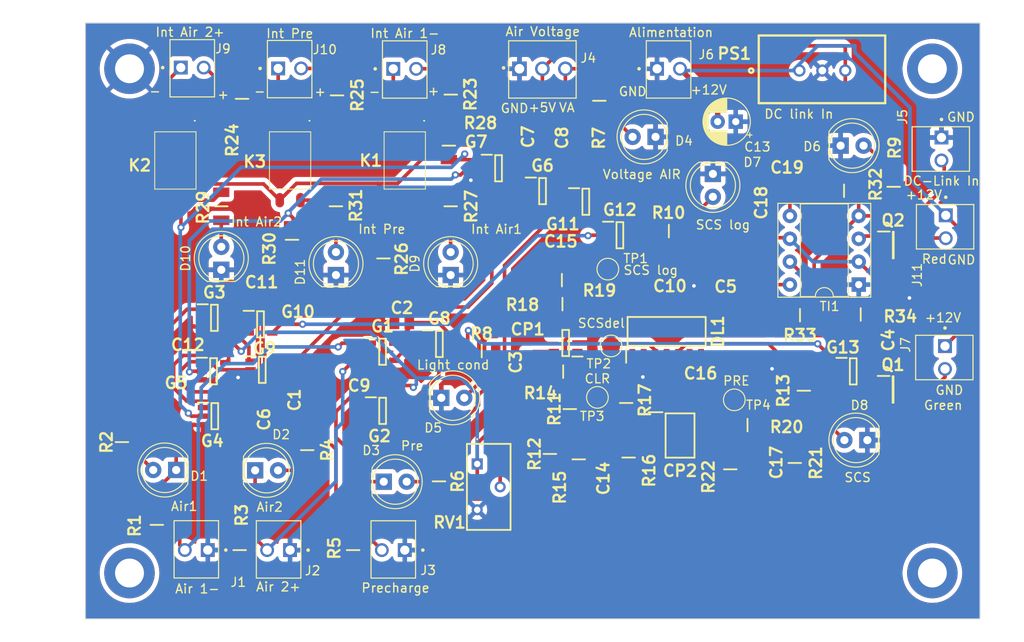
<source format=kicad_pcb>
(kicad_pcb (version 20221018) (generator pcbnew)
  (title_block (title "TSAL") (date "2022-12-04") (rev "V1.0") (company "EPSA"))
  (layers (0 "F.Cu" signal) (31 "B.Cu" signal) (34 "B.Paste" user) (35 "F.Paste" user) (36 "B.SilkS" user "B.Silkscreen") (37 "F.SilkS" user "F.Silkscreen") (38 "B.Mask" user) (39 "F.Mask" user) (44 "Edge.Cuts" user))
  (net 0 "")
  (net 1 "0")
  (net 2 "Net-(CP2-IN1+)")
  (net 3 "+5V")
  (net 4 "Net-(CP1-IN+)")
  (net 5 "Net-(CP2-IN2+)")
  (net 6 "Net-(TI1-THRESHOLD)")
  (net 7 "Net-(TI1-CONTROL_VOLTAGE)")
  (net 8 "CLR")
  (net 9 "mid Pot")
  (net 10 "PRE")
  (net 11 "SCS del")
  (net 12 "Net-(CP1-IN-)")
  (net 13 "SCS")
  (net 14 "Net-(D1-A)")
  (net 15 "Net-(D2-A)")
  (net 16 "Net-(D3-A)")
  (net 17 "AIR 1")
  (net 18 "AIR 2")
  (net 19 "PreCharge")
  (net 20 "VoltageAIR")
  (net 21 "Int AIR 1")
  (net 22 "Net-(D4-A)")
  (net 23 "Int AIR 2")
  (net 24 "Net-(D5-A)")
  (net 25 "Int PreCharge")
  (net 26 "Net-(D6-A)")
  (net 27 "Lightning cond")
  (net 28 "Net-(D7-A)")
  (net 29 "SCS log")
  (net 30 "Clign")
  (net 31 "Net-(D8-A)")
  (net 32 "Net-(J7-Pad2)")
  (net 33 "Net-(J8-Pad2)")
  (net 34 "DC-Link In")
  (net 35 "+12V")
  (net 36 "Net-(D9-A)")
  (net 37 "Net-(D10-A)")
  (net 38 "Net-(D11-A)")
  (net 42 "Net-(G1-Y)")
  (net 43 "Net-(G2-Y)")
  (net 44 "Net-(G3-Y)")
  (net 45 "Net-(G4-Y)")
  (net 46 "Net-(G10-B)")
  (net 47 "Net-(G6-A)")
  (net 48 "Net-(G11-A)")
  (net 49 "Net-(G10-A)")
  (net 50 "Net-(G10-Y)")
  (net 51 "Net-(G11-Y)")
  (net 52 "Net-(G13-Y)")
  (net 53 "Net-(J9-Pad2)")
  (net 54 "Net-(K1--_CONTROL)")
  (net 55 "Net-(K2--_CONTROL)")
  (net 56 "Net-(K3--_CONTROL)")
  (net 57 "Net-(K1-+_CONTROL)")
  (net 58 "Net-(K2-+_CONTROL)")
  (net 59 "Net-(K3-+_CONTROL)")
  (net 60 "Net-(J11-Pad2)")
  (net 61 "Net-(TI1-DISCHARGE)")
  (net 62 "Net-(J10-Pad2)")
  (footprint "EPSA_lib:RESC3216X70N" (layer "F.Cu") (at 129.54 74.165346 90)
    (fp_text reference "R21")
    (fp_text value "Résistance RK73H2BLTDD2152F" hide)
  )
  (footprint "LED_THT:LED_D5.0mm" (layer "F.Cu") (at 90.406399 66.943603)
    (fp_text reference "D5")
    (fp_text value "LED")
  )
  (footprint "TestPoint:TestPoint_Pad_D2.0mm" (layer "F.Cu") (at 109.199826 61.195494)
    (fp_text reference "TP2")
    (fp_text value "type=\"R\" model=\"TestPoint\" lib=\"\"")
  )
  (footprint "EPSA_lib:RESC3216X70N" (layer "F.Cu") (at 102.429958 73.163812 90)
    (fp_text reference "R12")
    (fp_text value "Résistance RK73H2BLTDD2152F" hide)
  )
  (footprint "TestPoint:TestPoint_Pad_D2.0mm" (layer "F.Cu") (at 122.846804 67.166801)
    (fp_text reference "TP4")
    (fp_text value "etype=\"R\" model=\"TestPoint\" lib=\"\"")
  )
  (footprint "EPSA_lib:CAPC2012X130N" (layer "F.Cu") (at 66.04 60.96)
    (fp_text reference "C12")
    (fp_text value "Condensateur 0805Y1000104JXT" hide)
  )
  (footprint "EPSA_lib:CAPC2012X130N" (layer "F.Cu") (at 74.052647 64.176814 90)
    (fp_text reference "C1")
    (fp_text value "Condensateur 0805Y1000104JXT" hide)
  )
  (footprint "EPSA_lib:RESC3216X70N" (layer "F.Cu") (at 55.043256 71.850787 90)
    (fp_text reference "R2")
    (fp_text value "Résistance RK73H2BLTDD2152F" hide)
  )
  (footprint "EPSA_lib:CAPC2012X130N" (layer "F.Cu") (at 108.293122 72.908477 90)
    (fp_text reference "C14")
    (fp_text value "Condensateur 0805Y1000104JXT" hide)
  )
  (footprint "EPSA_lib:MOLEX_22-11-2022" (layer "F.Cu") (at 146.263833 46.71909 -90)
    (fp_text reference "J11")
    (fp_text value "2P Droit 2-11-2022")
  )
  (footprint "" (layer "F.Cu") (at 144.78 86.36)
    (fp_text reference "")
    (fp_text value "")
  )
  (footprint "EPSA_lib:CAPC2012X130N" (layer "F.Cu") (at 86.040889 58.608377)
    (fp_text reference "C2")
    (fp_text value "Condensateur 0805Y1000104JXT" hide)
  )
  (footprint "" (layer "F.Cu") (at 55.88 86.36)
    (fp_text reference "")
    (fp_text value "")
  )
  (footprint "EPSA_lib:SOT95P280X145-5N" (layer "F.Cu") (at 106.404703 45.215032)
    (fp_text reference "G11")
    (fp_text value "Gate NOR SN74AHCT1G02DBVR" hide)
  )
  (footprint "EPSA_lib:MOLEX_22-11-2022" (layer "F.Cu") (at 61.558894 30.351579)
    (fp_text reference "J9")
    (fp_text value "2P Droit 2-11-2022")
  )
  (footprint "LED_THT:LED_D5.0mm" (layer "F.Cu") (at 84.030846 76.238995)
    (fp_text reference "D3")
    (fp_text value "LED")
  )
  (footprint "EPSA_lib:RESC3216X70N" (layer "F.Cu") (at 130.12344 57.785826)
    (fp_text reference "R33")
    (fp_text value "Résistance RK73H2BLTDD2152F" hide)
  )
  (footprint "EPSA_lib:SOT95P280X145-5N" (layer "F.Cu") (at 83.906656 68.387441)
    (fp_text reference "G2")
    (fp_text value "Gate AND SN74AHCT1G08DBVR" hide)
  )
  (footprint "EPSA_lib:CAPC2012X130N" (layer "F.Cu") (at 70.423736 56.008037 180)
    (fp_text reference "C11")
    (fp_text value "Condensateur 0805Y1000104JXT" hide)
  )
  (footprint "EPSA_lib:RESC3216X70N" (layer "F.Cu") (at 140.492983 43.560504 -90)
    (fp_text reference "R9")
    (fp_text value "Résistance RK73H2BLTDD2152F" hide)
  )
  (footprint "EPSA_lib:SOT95P280X145-5N" (layer "F.Cu") (at 136.018753 64.013947)
    (fp_text reference "G13")
    (fp_text value "Gate AND SN74AHCT1G08DBVR" hide)
  )
  (footprint "EPSA_lib:RESC3216X70N" (layer "F.Cu") (at 107.901251 34.026853 90)
    (fp_text reference "R7")
    (fp_text value "Résistance RK73H2BLTDD2152F" hide)
  )
  (footprint "EPSA_lib:MOLEX_22-11-2022" (layer "F.Cu") (at 64.546653 83.81062 180)
    (fp_text reference "J1")
    (fp_text value "2P Droit 2-11-2022")
  )
  (footprint "LED_THT:LED_D5.0mm" (layer "F.Cu") (at 66.044862 52.75589 90)
    (fp_text reference "D10")
    (fp_text value "LED")
  )
  (footprint "EPSA_lib:RESC3216X70N" (layer "F.Cu") (at 75.557783 72.742395 90)
    (fp_text reference "R4")
    (fp_text value "Résistance RK73H2BLTDD2152F" hide)
  )
  (footprint "EPSA_lib:SOT95P280X145-5N" (layer "F.Cu") (at 83.900451 61.838242)
    (fp_text reference "G1")
    (fp_text value "Gate AND SN74AHCT1G08DBVR" hide)
  )
  (footprint "EPSA_lib:RESC3216X70N" (layer "F.Cu") (at 68.0717 83.82 -90)
    (fp_text reference "R3")
    (fp_text value "Résistance RK73H2BLTDD2152F" hide)
  )
  (footprint "EPSA_lib:CPC1394GR" (layer "F.Cu") (at 73.66 40.64 180)
    (fp_text reference "K3")
    (fp_text value "SSR CPC1394GR" hide)
  )
  (footprint "LED_THT:LED_D5.0mm" (layer "F.Cu") (at 134.62 39)
    (fp_text reference "D6")
    (fp_text value "LED")
  )
  (footprint "EPSA_lib:RESC3216X70N" (layer "F.Cu") (at 78.74 45.72 -90)
    (fp_text reference "R31")
    (fp_text value "Résistance RK73H2BLTDD2152F" hide)
  )
  (footprint "EPSA_lib:SOT95P280X145-5N" (layer "F.Cu") (at 70.386769 58.802609)
    (fp_text reference "G10")
    (fp_text value "Gate OR SN74AHCT1G32DBVR" hide)
  )
  (footprint "EPSA_lib:RESC3216X70N" (layer "F.Cu") (at 103.900997 64.042618)
    (fp_text reference "R14")
    (fp_text value "Résistance RK73H2BLTDD2152F" hide)
  )
  (footprint "EPSA_lib:CAPC2012X130N" (layer "F.Cu") (at 68.457723 69.225087 90)
    (fp_text reference "C6")
    (fp_text value "Condensateur 0805Y1000104JXT" hide)
  )
  (footprint "EPSA_lib:SOT95P280X145-5N" (layer "F.Cu") (at 101.615442 44.036774)
    (fp_text reference "G6")
    (fp_text value "Gate NAND SN74AHCT1G00DBVR" hide)
  )
  (footprint "EPSA_lib:RESC3216X70N" (layer "F.Cu") (at 84 51.5 -90)
    (fp_text reference "R26")
    (fp_text value "Résistance RK73H2BLTDD2152F" hide)
  )
  (footprint "EPSA_lib:RESC3216X70N" (layer "F.Cu") (at 91.450664 33.343333 -90)
    (fp_text reference "R23")
    (fp_text value "Résistance RK73H2BLTDD2152F" hide)
  )
  (footprint "EPSA_lib:RESC3216X70N" (layer "F.Cu") (at 91.44 45.72 -90)
    (fp_text reference "R27")
    (fp_text value "Résistance RK73H2BLTDD2152F" hide)
  )
  (footprint "EPSA_lib:MOLEX_22-11-2022" (layer "F.Cu") (at 85.084997 30.487668)
    (fp_text reference "J8")
    (fp_text value "2P Droit 2-11-2022")
  )
  (footprint "EPSA_lib:RESC3216X70N" (layer "F.Cu") (at 111.144182 73.562693 90)
    (fp_text reference "R16")
    (fp_text value "Résistance RK73H2BLTDD2152F" hide)
  )
  (footprint "EPSA_lib:SOT95P280X145-5N" (layer "F.Cu") (at 70.580707 63.839806)
    (fp_text reference "G9")
    (fp_text value "Gate OR SN74AHCT1G32DBVR" hide)
  )
  (footprint "EPSA_lib:CAPC2012X130N" (layer "F.Cu") (at 100.268412 63.012896 90)
    (fp_text reference "C3")
    (fp_text value "Condensateur 0805Y1000104JXT" hide)
  )
  (footprint "EPSA_lib:MOLEX_22-11-2022" (layer "F.Cu") (at 145.78807 38.100266 -90)
    (fp_text reference "J5")
    (fp_text value "2P Droit 2-11-2022")
  )
  (footprint "EPSA_lib:TSR-2" (layer "F.Cu") (at 125.55768 26.7915)
    (fp_text reference "PS1")
    (fp_text value "Alim HP TSR_2-2450" hide)
  )
  (footprint "EPSA_lib:RESC3216X70N" (layer "F.Cu") (at 136.84635 57.706687 180)
    (fp_text reference "R34")
    (fp_text value "Résistance RK73H2BLTDD2152F" hide)
  )
  (footprint "EPSA_lib:RESC3216X70N" (layer "F.Cu") (at 58.905009 81.023292 -90)
    (fp_text reference "R1")
    (fp_text value "Résistance RK73H2BLTDD2152F" hide)
  )
  (footprint "EPSA_lib:SOT95P237X112-3N" (layer "F.Cu") (at 140.4489 50.014885)
    (fp_text reference "Q2")
    (fp_text value "NMOS SQ2348ES-T1_GE3" hide)
  )
  (footprint "EPSA_lib:MOLEX_22-11-2022" (layer "F.Cu") (at 86.36 83.82 180)
    (fp_text reference "J3")
    (fp_text value "2P Droit 2-11-2022")
  )
  (footprint "EPSA_lib:RESC3216X70N" (layer "F.Cu") (at 104.635077 68.191025 90)
    (fp_text reference "R11")
    (fp_text value "Résistance RK73H2BLTDD2152F" hide)
  )
  (footprint "EPSA_lib:SOT95P280X145-5N" (layer "F.Cu") (at 96.741739 41.504425)
    (fp_text reference "G7")
    (fp_text value "Gate OR SN74AHCT1G32DBVR" hide)
  )
  (footprint "EPSA_lib:CAPC2012X130N" (layer "F.Cu") (at 125.859152 48.374284 -90)
    (fp_text reference "C18")
    (fp_text value "Condensateur 0805Y1000104JXT" hide)
  )
  (footprint "EPSA_lib:SOIC127P600X175-14N" (layer "F.Cu") (at 115.354878 59.584497 90)
    (fp_text reference "DL1")
    (fp_text value "Bascule D SN74HCS72QDRQ1" hide)
  )
  (footprint "EPSA_lib:RESC3216X70N" (layer "F.Cu") (at 94.88123 61.757242)
    (fp_text reference "R8")
    (fp_text value "Résistance RK73H2BLTDD2152F" hide)
  )
  (footprint "EPSA_lib:SOT95P280X145-5N" (layer "F.Cu") (at 110.176237 48.925639)
    (fp_text reference "G12")
    (fp_text value "Gate OR SN74AHCT1G32DBVR" hide)
  )
  (footprint "EPSA_lib:MOLEX_22-11-2022" (layer "F.Cu") (at 114.3 30.48)
    (fp_text reference "J6")
    (fp_text value "2P Droit 2-11-2022")
  )
  (footprint "EPSA_lib:MOLEX_22-11-2022" (layer "F.Cu") (at 146.17822 61.207727 -90)
    (fp_text reference "J7")
    (fp_text value "2P Droit 2-11-2022")
  )
  (footprint "EPSA_lib:RESC3216X70N" (layer "F.Cu") (at 135 44 180)
    (fp_text reference "R32")
    (fp_text value "Résistance RK73H2BLTDD2152F" hide)
  )
  (footprint "EPSA_lib:RESC3216X70N" (layer "F.Cu") (at 68.342051 33.809679 -90)
    (fp_text reference "R24")
    (fp_text value "Résistance RK73H2BLTDD2152F" hide)
  )
  (footprint "EPSA_lib:CAPC2012X130N" (layer "F.Cu") (at 98.020118 38.095803 -90)
    (fp_text reference "C7")
    (fp_text value "Condensateur 0805Y1000104JXT" hide)
  )
  (footprint "EPSA_lib:CPC1394GR" (layer "F.Cu") (at 60.96 40.64 180)
    (fp_text reference "K2")
    (fp_text value "SSR CPC1394GR" hide)
  )
  (footprint "EPSA_lib:RESC3216X70N" (layer "F.Cu") (at 110.876888 67.516 -90)
    (fp_text reference "R17")
    (fp_text value "Résistance RK73H2BLTDD2152F" hide)
  )
  (footprint "TestPoint:TestPoint_Pad_D2.0mm" (layer "F.Cu") (at 107.691422 66.893908)
    (fp_text reference "TP3")
    (fp_text value "type=\"R\" model=\"TestPoint\" lib=\"\"")
  )
  (footprint "EPSA_lib:RESC3216X70N" (layer "F.Cu") (at 78.856444 33.432 -90)
    (fp_text reference "R25")
    (fp_text value "Résistance RK73H2BLTDD2152F" hide)
  )
  (footprint "EPSA_lib:SOT95P280X145-5N" (layer "F.Cu") (at 65.186071 63.999141)
    (fp_text reference "G5")
    (fp_text value "Gate AND SN74AHCT1G08DBVR" hide)
  )
  (footprint "EPSA_lib:RESC3216X70N" (layer "F.Cu") (at 122.401448 74.868622 -90)
    (fp_text reference "R22")
    (fp_text value "Résistance RK73H2BLTDD2152F" hide)
  )
  (footprint "EPSA_lib:CAPC2012X130N" (layer "F.Cu") (at 84.633616 65.579762)
    (fp_text reference "C9")
    (fp_text value "Condensateur 0805Y1000104JXT" hide)
  )
  (footprint "LED_THT:LED_D5.0mm" (layer "F.Cu") (at 137.581681 71.632042 180)
    (fp_text reference "D8")
    (fp_text value "LED")
  )
  (footprint "EPSA_lib:CPC1394GR" (layer "F.Cu") (at 86.36 40.64 180)
    (fp_text reference "K1")
    (fp_text value "SSR CPC1394GR" hide)
  )
  (footprint "EPSA_lib:CAPC2012X130N" (layer "F.Cu") (at 137.902963 60.535034 -90)
    (fp_text reference "C4")
    (fp_text value "Condensateur 0805Y1000104JXT" hide)
  )
  (footprint "EPSA_lib:RESC3216X70N" (layer "F.Cu") (at 66.04 45.72 -90)
    (fp_text reference "R29")
    (fp_text value "Résistance RK73H2BLTDD2152F" hide)
  )
  (footprint "EPSA_lib:CAPC2012X130N" (layer "F.Cu") (at 105.63946 41.151278 -90)
    (fp_text reference "C8")
    (fp_text value "Condensateur 0805Y1000104JXT" hide)
  )
  (footprint "EPSA_lib:SOIC127P600X175-8N" (layer "F.Cu") (at 116.84 71.12)
    (fp_text reference "CP2")
    (fp_text value "Comparateur Double LM393LVDR" hide)
  )
  (footprint "Package_DIP:DIP-8_W7.62mm_Socket" (layer "F.Cu") (at 136.62579 54.400453 180)
    (fp_text reference "TI1")
    (fp_text value "Timer 555 LM555CMX_NOPB")
  )
  (footprint "EPSA_lib:RESC3216X70N" (layer "F.Cu") (at 80.637656 83.82 -90)
    (fp_text reference "R5")
    (fp_text value "Résistance RK73H2BLTDD2152F" hide)
  )
  (footprint "EPSA_lib:SOT95P280X145-5N" (layer "F.Cu") (at 104.174143 60.867294 180)
    (fp_text reference "CP1")
    (fp_text value "Comparateur TS391ILT" hide)
  )
  (footprint "MountingHole:MountingHole_3.2mm_M3_DIN965_Pad" (layer "F.Cu") (at 55.88 30.48 180)
    (fp_text reference "REF**" hide)
    (fp_text value "MountingHole_3.2mm_M3_DIN965_Pad")
  )
  (footprint "EPSA_lib:SOT95P237X112-3N" (layer "F.Cu") (at 140.428991 66.021107)
    (fp_text reference "Q1")
    (fp_text value "NMOS SQ2348ES-T1_GE3" hide)
  )
  (footprint "EPSA_lib:SOT95P280X145-5N" (layer "F.Cu") (at 90.190484 60.973844)
    (fp_text reference "G8")
    (fp_text value "Gate AND SN74AHCT1G08DBVR" hide)
  )
  (footprint "EPSA_lib:RESC3216X70N" (layer "F.Cu") (at 91.240588 38.998564 90)
    (fp_text reference "R28")
    (fp_text value "Résistance RK73H2BLTDD2152F" hide)
  )
  (footprint "EPSA_lib:RESC3216X70N" (layer "F.Cu") (at 105.627868 73.765502 -90)
    (fp_text reference "R15")
    (fp_text value "Résistance RK73H2BLTDD2152F" hide)
  )
  (footprint "TestPoint:TestPoint_Pad_D2.0mm" (layer "F.Cu") (at 108.84538 52.681731)
    (fp_text reference "TP1")
    (fp_text value "type=\"R\" model=\"TestPoint\" lib=\"\"")
  )
  (footprint "Capacitor_THT:CP_Radial_D5.0mm_P2.00mm" (layer "F.Cu") (at 123.006657 36.344142 180)
    (fp_text reference "C13")
    (fp_text value "C")
  )
  (footprint "" (layer "F.Cu") (at 144.78 30.48)
    (fp_text reference "")
    (fp_text value "")
  )
  (footprint "EPSA_lib:RESC3216X70N" (layer "F.Cu") (at 90.153147 76.199999 -90)
    (fp_text reference "R6")
    (fp_text value "Résistance RK73H2BLTDD2152F" hide)
  )
  (footprint "EPSA_lib:RESC3216X70N" (layer "F.Cu") (at 103.818656 56.560801 180)
    (fp_text reference "R18")
    (fp_text value "Résistance RK73H2BLTDD2152F" hide)
  )
  (footprint "LED_THT:LED_D5.0mm" (layer "F.Cu") (at 61.04857 74.944433 180)
    (fp_text reference "D1")
    (fp_text value "LED")
  )
  (footprint "EPSA_lib:CAPC2012X130N" (layer "F.Cu") (at 125.423392 74.165346 90)
    (fp_text reference "C17")
    (fp_text value "Condensateur 0805Y1000104JXT" hide)
  )
  (footprint "LED_THT:LED_D5.0mm" (layer "F.Cu") (at 91.44 53.34 90)
    (fp_text reference "D9")
    (fp_text value "LED")
  )
  (footprint "EPSA_lib:CAPC2012X130N" (layer "F.Cu") (at 103.627957 51.342162)
    (fp_text reference "C15")
    (fp_text value "Condensateur 0805Y1000104JXT" hide)
  )
  (footprint "LED_THT:LED_D5.0mm" (layer "F.Cu") (at 114.129188 38.029457 180)
    (fp_text reference "D4")
    (fp_text value "LED")
  )
  (footprint "EPSA_lib:MOLEX_22-11-2022" (layer "F.Cu") (at 73.66 83.82 180)
    (fp_text reference "J2")
    (fp_text value "2P Droit 2-11-2022")
  )
  (footprint "EPSA_lib:RESC3216X70N" (layer "F.Cu") (at 130.548603 66.154151 -90)
    (fp_text reference "R13")
    (fp_text value "Résistance RK73H2BLTDD2152F" hide)
  )
  (footprint "EPSA_lib:CAPC2012X130N" (layer "F.Cu") (at 118.750518 65.973811 180)
    (fp_text reference "C16")
    (fp_text value "Condensateur 0805Y1000104JXT" hide)
  )
  (footprint "LED_THT:LED_D5.0mm" (layer "F.Cu") (at 120.47811 42.131084 -90)
    (fp_text reference "D7")
    (fp_text value "LED")
  )
  (footprint "EPSA_lib:SOT95P280X145-5N" (layer "F.Cu") (at 65.279483 58.07866)
    (fp_text reference "G3")
    (fp_text value "Gate AND SN74AHCT1G08DBVR" hide)
  )
  (footprint "EPSA_lib:CAPC2012X130N" (layer "F.Cu") (at 129.603929 43.192103 180)
    (fp_text reference "C19")
    (fp_text value "Condensateur 0805Y1000104JXT" hide)
  )
  (footprint "EPSA_lib:RESC3216X70N" (layer "F.Cu") (at 103.756325 53.901202)
    (fp_text reference "R19")
    (fp_text value "Résistance RK73H2BLTDD2152F" hide)
  )
  (footprint "EPSA_lib:SOT95P280X145-5N" (layer "F.Cu") (at 65.321166 68.976712)
    (fp_text reference "G4")
    (fp_text value "Gate AND SN74AHCT1G08DBVR" hide)
  )
  (footprint "LED_THT:LED_D5.0mm" (layer "F.Cu") (at 78.74 53.34 90)
    (fp_text reference "D11")
    (fp_text value "LED")
  )
  (footprint "EPSA_lib:RESC3216X70N" (layer "F.Cu") (at 73.872903 49.431607 -90)
    (fp_text reference "R30")
    (fp_text value "Résistance RK73H2BLTDD2152F" hide)
  )
  (footprint "EPSA_lib:RESC3216X70N" (layer "F.Cu") (at 115.600534 48.466577)
    (fp_text reference "R10")
    (fp_text value "Résistance RK73H2BLTDD2152F" hide)
  )
  (footprint "EPSA_lib:RESC3216X70N" (layer "F.Cu") (at 124.310596 69.965901)
    (fp_text reference "R20")
    (fp_text value "Résistance RK73H2BLTDD2152F" hide)
  )
  (footprint "EPSA_lib:MOLEX_22-11-2032" (layer "F.Cu") (at 99.06 30.48)
    (fp_text reference "J4")
    (fp_text value "3P Droit 22-11-2032")
  )
  (footprint "EPSA_lib:CAPC2012X130N" (layer "F.Cu") (at 112.217822 54.582555 180)
    (fp_text reference "C10")
    (fp_text value "Condensateur 0805Y1000104JXT" hide)
  )
  (footprint "EPSA_lib:MOLEX_22-11-2022" (layer "F.Cu") (at 72.343 30.443334)
    (fp_text reference "J10")
    (fp_text value "2P Droit 2-11-2022")
  )
  (footprint "LED_THT:LED_D5.0mm" (layer "F.Cu") (at 69.788861 74.980558)
    (fp_text reference "D2")
    (fp_text value "LED")
  )
  (footprint "EPSA_lib:3296Y1223LF" (layer "F.Cu") (at 94.382464 74.272704 180)
    (fp_text reference "RV1")
    (fp_text value "Varystor 3296Y-1-223LF" hide)
  )
  (footprint "EPSA_lib:CAPC2012X130N" (layer "F.Cu") (at 125.259591 54.500538)
    (fp_text reference "C5")
    (fp_text value "Condensateur 0805Y1000104JXT" hide)
  )
  (gr_rect (start 51 25.4) (end 150.06 91.44) (stroke (width 0.1)) (fill none) (layer "Edge.Cuts"))
  (gr_text "SCSdel" (at 108.130815 58.675946) (layer "F.SilkS") (effects (font (size 1 1))))
  (gr_text "Int Pre" (at 73.629152 26.581638) (layer "F.SilkS") (effects (font (size 1 1))))
  (gr_text "-" (at 83.021348 33.02) (layer "F.SilkS") (effects (font (size 1 1))))
  (gr_text "SCS log" (at 113.596105 52.804428) (layer "F.SilkS") (effects (font (size 1 1))))
  (gr_text "Light cond" (at 91.715454 63.295155) (layer "F.SilkS") (effects (font (size 1 1))))
  (gr_text "+" (at 66.249277 33.334049) (layer "F.SilkS") (effects (font (size 1 1))))
  (gr_text "Precharge" (at 85.33417 88.01377) (layer "F.SilkS") (effects (font (size 1 1))))
  (gr_text "-" (at 58.705644 32.962924) (layer "F.SilkS") (effects (font (size 1 1))))
  (gr_text "+12V" (at 120.017352 32.816611) (layer "F.SilkS") (effects (font (size 1 1))))
  (gr_text "Air2" (at 71.398258 79.049094) (layer "F.SilkS") (effects (font (size 1 1))))
  (gr_text "GND" (at 146.663496 66.096809) (layer "F.SilkS") (effects (font (size 1 1))))
  (gr_text "Air 2+" (at 72.365426 87.889071) (layer "F.SilkS") (effects (font (size 1 1))))
  (gr_text "Air 1-\n" (at 63.399984 88.112279) (layer "F.SilkS") (effects (font (size 1 1))))
  (gr_text "DC-Link In" (at 145.797982 42.913646) (layer "F.SilkS") (effects (font (size 1 1))))
  (gr_text "VA" (at 104.30522 34.784092) (layer "F.SilkS") (effects (font (size 1 1))))
  (gr_text "GND" (at 111.593211 33.010588) (layer "F.SilkS") (effects (font (size 1 1))))
  (gr_text "SCS log" (at 121.589208 47.774275) (layer "F.SilkS") (effects (font (size 1 1))))
  (gr_text "+12V" (at 143.838384 44.454689) (layer "F.SilkS") (effects (font (size 1 1))))
  (gr_text "Air1" (at 61.936627 78.971606) (layer "F.SilkS") (effects (font (size 1 1))))
  (gr_text "SCS" (at 136.505504 75.770912) (layer "F.SilkS") (effects (font (size 1 1))))
  (gr_text "Green" (at 145.978588 67.766272) (layer "F.SilkS") (effects (font (size 1 1))))
  (gr_text "CLR" (at 107.691422 64.827786) (layer "F.SilkS") (effects (font (size 1 1))))
  (gr_text "PRE" (at 123.076277 65.067948) (layer "F.SilkS") (effects (font (size 1 1))))
  (gr_text "Int Air1" (at 96.52 48.26) (layer "F.SilkS") (effects (font (size 1 1))))
  (gr_text "Air Voltage" (at 101.644965 26.35995) (layer "F.SilkS") (effects (font (size 1 1))))
  (gr_text "GND" (at 98.513623 34.867225) (layer "F.SilkS") (effects (font (size 1 1))))
  (gr_text "Pre" (at 87.186164 72.261449) (layer "F.SilkS") (effects (font (size 1 1))))
  (gr_text "+" (at 89.547286 32.936867) (layer "F.SilkS") (effects (font (size 1 1))))
  (gr_text "GND" (at 147.947832 35.836265) (layer "F.SilkS") (effects (font (size 1 1))))
  (gr_text "Int Pre\n" (at 83.82 48.26) (layer "F.SilkS") (effects (font (size 1 1))))
  (gr_text "Int Air 2+\n" (at 62.586656 26.427761) (layer "F.SilkS") (effects (font (size 1 1))))
  (gr_text "Red" (at 145 51.565973) (layer "F.SilkS") (effects (font (size 1 1))))
  (gr_text "Alimentation" (at 115.843972 26.453803) (layer "F.SilkS") (effects (font (size 1 1))))
  (gr_text "+5V" (at 101.589543 34.784092) (layer "F.SilkS") (effects (font (size 1 1))))
  (gr_text "+" (at 76.994207 33.02) (layer "F.SilkS") (effects (font (size 1 1))))
  (gr_text "DC link In" (at 130 35.5) (layer "F.SilkS") (effects (font (size 1 1))))
  (gr_text "Int Air 1-" (at 86.376209 26.553927) (layer "F.SilkS") (effects (font (size 1 1))))
  (gr_text "+12V" (at 145.959563 58.068166) (layer "F.SilkS") (effects (font (size 1 1))))
  (gr_text "Int Air2" (at 69.944463 47.444279) (layer "F.SilkS") (effects (font (size 1 1))))
  (gr_text "-" (at 70.302003 32.978433) (layer "F.SilkS") (effects (font (size 1 1))))
  (gr_text "GND" (at 148 51.655468) (layer "F.SilkS") (effects (font (size 1 1))))
  (gr_text "Voltage AIR" (at 112.611579 42.182931) (layer "F.SilkS") (effects (font (size 1 1))))
  (segment (start 65.604483 60.575517) (end 65.604483 56.645768) (width 0.4) (layer "F.Cu") (net 1))
  (segment (start 67.99802 64.789806) (end 67.900141 64.691927) (width 0.4) (layer "F.Cu") (net 1))
  (segment (start 112.814878 62.296497) (end 112.814878 64.543172) (width 0.6) (layer "F.Cu") (net 1))
  (segment (start 112.814878 64.543172) (end 112.72189 64.63616) (width 0.6) (layer "F.Cu") (net 1))
  (segment (start 64.861071 64.949141) (end 66.058642 66.146712) (width 0.4) (layer "F.Cu") (net 1))
  (segment (start 70.321589 54.65589) (end 71.243736 55.578037) (width 0.4) (layer "F.Cu") (net 1))
  (segment (start 63.886071 64.949141) (end 64.861071 64.949141) (width 0.4) (layer "F.Cu") (net 1))
  (segment (start 65.22 60.96) (end 65.604483 60.575517) (width 0.4) (layer "F.Cu") (net 1))
  (segment (start 139.237963 59.715034) (end 142.24 56.712997) (width 0.6) (layer "F.Cu") (net 1))
  (segment (start 142.24 56.712997) (end 142.24 55.88) (width 0.6) (layer "F.Cu") (net 1))
  (segment (start 85.220889 58.608377) (end 83.391623 58.608377) (width 0.6) (layer "F.Cu") (net 1))
  (segment (start 67.594361 54.65589) (end 70.321589 54.65589) (width 0.4) (layer "F.Cu") (net 1))
  (segment (start 67.833795 58.497991) (end 67.320287 57.984483) (width 0.4) (layer "F.Cu") (net 1))
  (segment (start 68.42696 59.752609) (end 67.833795 59.159444) (width 0.4) (layer "F.Cu") (net 1))
  (segment (start 66.058642 66.146712) (end 72.902749 66.146712) (width 0.4) (layer "F.Cu") (net 1))
  (segment (start 67.833795 59.159444) (end 67.833795 58.497991) (width 0.4) (layer "F.Cu") (net 1))
  (segment (start 107.25 60.266437) (end 107.25 59.25) (width 0.6) (layer "F.Cu") (net 1))
  (segment (start 137.902963 59.715034) (end 139.237963 59.715034) (width 0.6) (layer "F.Cu") (net 1))
  (segment (start 67.320287 57.984483) (end 65.604483 57.984483) (width 0.4) (layer "F.Cu") (net 1))
  (segment (start 65.604483 56.645768) (end 67.594361 54.65589) (width 0.4) (layer "F.Cu") (net 1))
  (segment (start 72.902749 66.146712) (end 74.052647 64.996814) (width 0.4) (layer "F.Cu") (net 1))
  (segment (start 106.649143 60.867294) (end 107.25 60.266437) (width 0.6) (layer "F.Cu") (net 1))
  (segment (start 105.474143 60.867294) (end 106.649143 60.867294) (width 0.6) (layer "F.Cu") (net 1))
  (segment (start 83.25 58.75) (end 83.391623 58.608377) (width 0.6) (layer "F.Cu") (net 1))
  (segment (start 69.086769 59.752609) (end 68.42696 59.752609) (width 0.4) (layer "F.Cu") (net 1))
  (segment (start 69.280707 64.789806) (end 67.99802 64.789806) (width 0.4) (layer "F.Cu") (net 1))
  (via (at 142.24 55.88) (size 0.8) (drill 0.4) (layers "F.Cu" "B.Cu") (net 1))
  (via (at 93.678614 42.831459) (size 0.8) (drill 0.4) (layers "F.Cu" "B.Cu") (net 1))
  (via (at 67.900141 64.691927) (size 0.8) (drill 0.4) (layers "F.Cu" "B.Cu") (net 1))
  (via (at 127.028804 63.728435) (size 0.8) (drill 0.4) (layers "F.Cu" "B.Cu") (net 1))
  (via (at 118.378663 54.538733) (size 0.8) (drill 0.4) (layers "F.Cu" "B.Cu") (net 1))
  (via (at 112.72189 64.63616) (size 0.8) (drill 0.4) (layers "F.Cu" "B.Cu") (net 1))
  (segment (start 114.129 71.755) (end 106.08837 71.755) (width 0.4) (layer "F.Cu") (net 2))
  (segment (start 106.08837 71.755) (end 105.627868 72.215502) (width 0.4) (layer "F.Cu") (net 2))
  (segment (start 77.211014 71.12) (end 78.74 72.648986) (width 0.4) (layer "F.Cu") (net 3))
  (segment (start 98.834395 76.985402) (end 97.656452 78.163345) (width 0.4) (layer "F.Cu") (net 3))
  (segment (start 124.46 43.89918) (end 124.46 50.8) (width 0.4) (layer "F.Cu") (net 3))
  (segment (start 70.269254 68.294911) (end 73.094343 71.12) (width 0.4) (layer "F.Cu") (net 3))
  (segment (start 93.363825 56.886175) (end 96 54.25) (width 0.4) (layer "F.Cu") (net 3))
  (segment (start 92.989999 77.749999) (end 93.548643 78.308643) (width 0.4) (layer "F.Cu") (net 3))
  (segment (start 105.63946 42.199789) (end 107.704703 44.265032) (width 0.4) (layer "F.Cu") (net 3))
  (segment (start 80.434264 57.574264) (end 81.122353 56.886175) (width 0.4) (layer "F.Cu") (net 3))
  (segment (start 128.393248 67.433248) (end 125.873346 64.913346) (width 0.4) (layer "F.Cu") (net 3))
  (segment (start 78.74 72.648986) (end 78.74 81.84) (width 0.4) (layer "F.Cu") (net 3))
  (segment (start 101.308423 46.011577) (end 101.308423 37.808423) (width 0.4) (layer "F.Cu") (net 3))
  (segment (start 94.382464 72.011151) (end 94.382464 74.272704) (width 0.4) (layer "F.Cu") (net 3))
  (segment (start 78.74 81.84) (end 75.21 85.37) (width 0.4) (layer "F.Cu") (net 3))
  (segment (start 60.151717 85.551717) (end 61.016942 86.416942) (width 0.4) (layer "F.Cu") (net 3))
  (segment (start 105.627868 75.315502) (end 105.627868 79.792132) (width 0.4) (layer "F.Cu") (net 3))
  (segment (start 90.153147 77.749999) (end 92.989999 77.749999) (width 0.4) (layer "F.Cu") (net 3))
  (segment (start 109.220299 45.719701) (end 113.528658 45.719701) (width 0.4) (layer "F.Cu") (net 3))
  (segment (start 74.252647 63.356814) (end 74.252647 62.907353) (width 0.4) (layer "F.Cu") (net 3))
  (segment (start 110.876888 69.066) (end 107.060052 69.066) (width 0.4) (layer "F.Cu") (net 3))
  (segment (start 135.13768 33.2215) (end 124.46 43.89918) (width 0.4) (layer "F.Cu") (net 3))
  (segment (start 83.357 43.18) (end 85.217 45.04) (width 0.4) (layer "F.Cu") (net 3))
  (segment (start 119.570518 65.973811) (end 119.63049 66.033783) (width 0.4) (layer "F.Cu") (net 3))
  (segment (start 73.094343 71.12) (end 77.211014 71.12) (width 0.4) (layer "F.Cu") (net 3))
  (segment (start 85.438693 65.594685) (end 85.438693 67.205404) (width 0.4) (layer "F.Cu") (net 3))
  (segment (start 101.6 35.073764) (end 101.308423 35.365341) (width 0.4) (layer "F.Cu") (net 3))
  (segment (start 59.817 45.04) (end 55.281105 49.575895) (width 0.4) (layer "F.Cu") (net 3))
  (segment (start 87.103334 65.579762) (end 85.453616 65.579762) (width 0.4) (layer "F.Cu") (net 3))
  (segment (start 86.860889 56.913892) (end 86.888606 56.886175) (width 0.4) (layer "F.Cu") (net 3))
  (segment (start 98.041739 40.554425) (end 98.041739 38.937424) (width 0.4) (layer "F.Cu") (net 3))
  (segment (start 126.096701 54.517648) (end 126.079591 54.500538) (width 0.4) (layer "F.Cu") (net 3))
  (segment (start 60.151717 83.82) (end 60.151717 85.551717) (width 0.4) (layer "F.Cu") (net 3))
  (segment (start 66.86 60.96) (end 67.419129 60.96) (width 0.4) (layer "F.Cu") (net 3))
  (segment (start 131.627754 66.779151) (end 131.848603 67) (width 0.4) (layer "F.Cu") (net 3))
  (segment (start 106.730988 76.418622) (end 122.401448 76.418622) (width 0.4) (layer "F.Cu") (net 3))
  (segment (start 86.860889 59.227804) (end 85.200451 60.888242) (width 0.4) (layer "F.Cu") (net 3))
  (segment (start 66.889365 68.294911) (end 70.269254 68.294911) (width 0.4) (layer "F.Cu") (net 3))
  (segment (start 86.860889 58.608377) (end 86.860889 56.913892) (width 0.4) (layer "F.Cu") (net 3))
  (segment (start 125.860596 69.965901) (end 129.047346 66.779151) (width 0.4) (layer "F.Cu") (net 3))
  (segment (start 55.281105 70.062938) (end 55.043256 70.300787) (width 0.4) (layer "F.Cu") (net 3))
  (segment (start 121.924936 64.913346) (end 121.106948 65.731334) (width 0.4) (layer "F.Cu") (net 3))
  (segment (start 137.902963 62.479737) (end 137.318753 63.063947) (width 0.4) (layer "F.Cu") (net 3))
  (segment (start 126.079591 52.419591) (end 126.079591 54.500538) (width 0.4) (layer "F.Cu") (net 3))
  (segment (start 114.975534 47.166577) (end 114.975534 48.935534) (width 0.4) (layer "F.Cu") (net 3))
  (segment (start 74.052647 63.356814) (end 72.111268 63.356814) (width 0.4) (layer "F.Cu") (net 3))
  (segment (start 135.097367 67) (end 136.075828 66.021539) (width 0.4) (layer "F.Cu") (net 3))
  (segment (start 136.423921 60.047537) (end 127.413227 60.047537) (width 0.4) (layer "F.Cu") (net 3))
  (segment (start 74.252647 62.907353) (end 79.293422 57.866578) (width 0.4) (layer "F.Cu") (net 3))
  (segment (start 90.075017 58.608377) (end 91.490484 60.023844) (width 0.4) (layer "F.Cu") (net 3))
  (segment (start 97.656452 78.163345) (end 93.693942 78.163345) (width 0.4) (layer "F.Cu") (net 3))
  (segment (start 75.21 85.37) (end 80.637656 85.37) (width 0.4) (layer "F.Cu") (net 3))
  (segment (start 101.6 30.48) (end 104.14 27.94) (width 0.4) (layer "F.Cu") (net 3))
  (segment (start 72.517 45.04) (end 74.377 43.18) (width 0.4) (layer "F.Cu") (net 3))
  (segment (start 136.075828 64.306872) (end 137.318753 63.063947) (width 0.4) (layer "F.Cu") (net 3))
  (segment (start 79.293422 57.866578) (end 80.14195 57.866578) (width 0.4) (layer "F.Cu") (net 3))
  (segment (start 101.6 30.48) (end 101.6 35.073764) (width 0.4) (layer "F.Cu") (net 3))
  (segment (start 86.888606 56.886175) (end 93.363825 56.886175) (width 0.4) (layer "F.Cu") (net 3))
  (segment (start 66.86 60.96) (end 66.86 62.707878) (width 0.4) (layer "F.Cu") (net 3))
  (segment (start 137.902963 61.355034) (end 137.902963 62.479737) (width 0.4) (layer "F.Cu") (net 3))
  (segment (start 114.3 50.8) (end 124.46 50.8) (width 0.4) (layer "F.Cu") (net 3))
  (segment (start 102.874143 61.817294) (end 102.874143 63.519472) (width 0.4) (layer "F.Cu") (net 3))
  (segment (start 137.902963 61.355034) (end 137.702963 61.355034) (width 0.4) (layer "F.Cu") (net 3))
  (segment (start 67.024758 86.416942) (end 68.0717 85.37) (width 0.4) (layer "F.Cu") (net 3))
  (segment (start 96 51.32) (end 101.308423 46.011577) (width 0.4) (layer "F.Cu") (net 3))
  (segment (start 114.975534 48.935534) (end 116.84 50.8) (width 0.4) (layer "F.Cu") (net 3))
  (segment (start 136.075828 66.021539) (end 136.075828 64.306872) (width 0.4) (layer "F.Cu") (net 3))
  (segment (start 101.6 83.82) (end 93.173135 83.82) (width 0.4) (layer "F.Cu") (net 3))
  (segment (start 107.76563 44.265032) (end 109.220299 45.719701) (width 0.4) (layer "F.Cu") (net 3))
  (segment (start 52.94047 72.403573) (end 52.94047 78.7396) (width 0.4) (layer "F.Cu") (net 3))
  (segment (start 52.94047 78.7396) (end 56.774162 82.573292) (width 0.4) (layer "F.Cu") (net 3))
  (segment (start 136.423921 60.075992) (end 136.423921 60.047537) (width 0.4) (layer "F.Cu") (net 3))
  (segment (start 98.020118 38.915803) (end 100.201043 38.915803) (width 0.4) (layer "F.Cu") (net 3))
  (segment (start 56.774162 82.573292) (end 58.905009 82.573292) (width 0.4) (layer "F.Cu") (net 3))
  (segment (start 102.874143 63.519472) (end 102.350997 64.042618) (width 0.4) (layer "F.Cu") (net 3))
  (segment (start 107.060052 69.066) (end 104.635077 66.641025) (width 0.4) (layer "F.Cu") (net 3))
  (segment (start 80.14195 57.866578) (end 80.434264 57.574264) (width 0.4) (layer "F.Cu") (net 3))
  (segment (start 113.528658 45.719701) (end 114.975534 47.166577) (width 0.4) (layer "F.Cu") (net 3))
  (segment (start 111.544878 56.872497) (end 111.544878 53.555122) (width 0.4) (layer "F.Cu") (net 3))
  (segment (start 55.043256 70.300787) (end 52.94047 72.403573) (width 0.4) (layer "F.Cu") (net 3))
  (segment (start 93.173135 83.82) (end 92.393224 83.040089) (width 0.4) (layer "F.Cu") (net 3))
  (segment (start 127.413227 60.047537) (end 126.096701 58.731011) (width 0.4) (layer "F.Cu") (net 3))
  (segment (start 66.86 62.707878) (end 66.621166 62.946712) (width 0.4) (layer "F.Cu") (net 3))
  (segment (start 74.377 43.18) (end 83.357 43.18) (width 0.4) (layer "F.Cu") (net 3))
  (segment (start 58.905009 82.573292) (end 60.151717 83.82) (width 0.4) (layer "F.Cu") (net 3))
  (segment (start 87.31131 65.787738) (end 87.103334 65.579762) (width 0.4) (layer "F.Cu") (net 3))
  (segment (start 100.644014 61.817294) (end 100.268412 62.192896) (width 0.4) (layer "F.Cu") (net 3))
  (segment (start 119.812995 65.731334) (end 119.570518 65.973811) (width 0.4) (layer "F.Cu") (net 3))
  (segment (start 86.888606 56.886175) (end 81.122353 56.886175) (width 0.4) (layer "F.Cu") (net 3))
  (segment (start 111.544878 53.555122) (end 114.3 50.8) (width 0.4) (layer "F.Cu") (net 3))
  (segment (start 68.0717 85.37) (end 75.21 85.37) (width 0.4) (layer "F.Cu") (net 3))
  (segment (start 119.63049 66.033783) (end 119.63049 69.13551) (width 0.4) (layer "F.Cu") (net 3))
  (segment (start 98.020118 38.915803) (end 89.844725 38.915803) (width 0.4) (layer "F.Cu") (net 3))
  (segment (start 80.155919 57.852609) (end 80.434264 57.574264) (width 0.25) (layer "F.Cu") (net 3))
  (segment (start 71.182411 57.866712) (end 71.701166 57.866712) (width 0.4) (layer "F.Cu") (net 3))
  (segment (start 94.382464 77.474823) (end 94.382464 74.272704) (width 0.4) (layer "F.Cu") (net 3))
  (segment (start 100.201043 38.915803) (end 101.308423 37.808423) (width 0.4) (layer "F.Cu") (net 3))
  (segment (start 135.13768 28.1415) (end 135.13768 33.2215) (width 0.4) (layer "F.Cu") (net 3))
  (segment (start 126.096701 58.731011) (end 126.096701 54.517648) (width 0.4) (layer "F.Cu") (net 3))
  (segment (start 104.635077 66.641025) (end 98.834395 72.441707) (width 0.4) (layer "F.Cu") (net 3))
  (segment (start 104.14 27.94) (end 134.93618 27.94) (width 0.4) (layer "F.Cu") (net 3))
  (segment (start 98.834395 72.441707) (end 98.834395 76.985402) (width 0.4) (layer "F.Cu") (net 3))
  (segment (start 69.603736 56.288037) (end 71.182411 57.866712) (width 0.4) (layer "F.Cu") (net 3))
  (segment (start 89.844725 38.915803) (end 85.580528 43.18) (width 0.4) (layer "F.Cu") (net 3))
  (segment (start 105.627868 79.792132) (end 101.6 83.82) (width 0.4) (layer "F.Cu") (net 3))
  (segment (start 93.548643 78.308643) (end 94.382464 77.474823) (width 0.4) (layer "F.Cu") (net 3))
  (segment (start 92.393224 83.040089) (end 92.393224 79.464062) (width 0.4) (layer "F.Cu") (net 3))
  (segment (start 131.848603 67) (end 135.097367 67) (width 0.4) (layer "F.Cu") (net 3))
  (segment (start 66.621166 68.026712) (end 66.889365 68.294911) (width 0.4) (layer "F.Cu") (net 3))
  (segment (start 129.047346 66.779151) (end 131.627754 66.779151) (width 0.4) (layer "F.Cu") (net 3))
  (segment (start 102.350997 64.042618) (end 94.382464 72.011151) (width 0.4) (layer "F.Cu") (net 3))
  (segment (start 86.860889 58.608377) (end 86.860889 59.227804) (width 0.4) (layer "F.Cu") (net 3))
  (segment (start 72.111268 63.356814) (end 71.701166 62.946712) (width 0.4) (layer "F.Cu") (net 3))
  (segment (start 126.079591 54.500538) (end 126.179676 54.400453) (width 0.4) (layer "F.Cu") (net 3))
  (segment (start 101.308423 35.365341) (end 101.308423 37.808423) (width 0.4) (layer "F.Cu") (net 3))
  (segment (start 124.46 50.8) (end 126.079591 52.419591) (width 0.4) (layer "F.Cu") (net 3))
  (segment (start 70.722 43.245) (end 72.517 45.04) (width 0.4) (layer "F.Cu") (net 3))
  (segment (start 105.627868 75.315502) (end 106.730988 76.418622) (width 0.4) (layer "F.Cu") (net 3))
  (segment (start 59.817 45.04) (end 61.612 43.245) (width 0.4) (layer "F.Cu") (net 3))
  (segment (start 61.016942 86.416942) (end 67.024758 86.416942) (width 0.4) (layer "F.Cu") (net 3))
  (segment (start 92.393224 79.464062) (end 93.548643 78.308643) (width 0.4) (layer "F.Cu") (net 3))
  (segment (start 80.637656 85.37) (end 91.640466 85.37) (width 0.4) (layer "F.Cu") (net 3))
  (segment (start 134.93618 27.94) (end 135.13768 28.1415) (width 0.4) (layer "F.Cu") (net 3))
  (segment (start 67.419129 60.96) (end 68.249948 61.790819) (width 0.4) (layer "F.Cu") (net 3))
  (segment (start 121.106948 65.731334) (end 119.812995 65.731334) (width 0.4) (layer "F.Cu") (net 3))
  (segment (start 69.603736 56.008037) (end 67.700106 56.008037) (width 0.4) (layer "F.Cu") (net 3))
  (segment (start 85.438693 67.205404) (end 85.206656 67.437441) (width 0.4) (layer "F.Cu") (net 3))
  (segment (start 102.915442 43.086774) (end 104.523964 43.086774) (width 0.4) (layer "F.Cu") (net 3))
  (segment (start 71.686769 57.852609) (end 80.155919 57.852609) (width 0.4) (layer "F.Cu") (net 3))
  (segment (start 137.702963 61.355034) (end 136.423921 60.075992) (width 0.4) (layer "F.Cu") (net 3))
  (segment (start 102.874143 61.817294) (end 100.644014 61.817294) (width 0.4) (layer "F.Cu") (net 3))
  (segment (start 67.700106 56.008037) (end 66.579483 57.12866) (width 0.4) (layer "F.Cu") (net 3))
  (segment (start 55.281105 49.575895) (end 55.281105 70.062938) (width 0.4) (layer "F.Cu") (net 3))
  (segment (start 96 54.25) (end 96 51.32) (width 0.4) (layer "F.Cu") (net 3))
  (segment (start 85.580528 43.18) (end 83.357 43.18) (width 0.4) (layer "F.Cu") (net 3))
  (segment (start 126.179676 54.400453) (end 129.00579 54.400453) (width 0.4) (layer "F.Cu") (net 3))
  (segment (start 61.612 43.245) (end 70.722 43.245) (width 0.4) (layer "F.Cu") (net 3))
  (segment (start 86.860889 58.608377) (end 90.075017 58.608377) (width 0.4) (layer "F.Cu") (net 3))
  (segment (start 104.523964 43.086774) (end 105.63946 41.971278) (width 0.4) (layer "F.Cu") (net 3))
  (segment (start 109.220299 45.719701) (end 111.476237 47.975639) (width 0.4) (layer "F.Cu") (net 3))
  (segment (start 91.640466 85.37) (end 93.207798 83.802668) (width 0.4) (layer "F.Cu") (net 3))
  (segment (start 125.873346 64.913346) (end 121.924936 64.913346) (width 0.4) (layer "F.Cu") (net 3))
  (via (at 68.249948 61.790819) (size 0.8) (drill 0.4) (layers "F.Cu" "B.Cu") (net 3))
  (via (at 87.31131 65.787738) (size 0.8) (drill 0.4) (layers "F.Cu" "B.Cu") (net 3))
  (segment (start 87.636934 65.462114) (end 87.636934 64.763066) (width 0.4) (layer "B.Cu") (net 3))
  (segment (start 94.382464 66.54119) (end 94.382464 74.272704) (width 0.4) (layer "B.Cu") (net 3))
  (segment (start 87.636934 64.763066) (end 92.60434 64.763066) (width 0.4) (layer "B.Cu") (net 3))
  (segment (start 92.60434 64.763066) (end 94.382464 66.54119) (width 0.4) (layer "B.Cu") (net 3))
  (segment (start 70.358061 59.682706) (end 82.556574 59.682706) (width 0.4) (layer "B.Cu") (net 3))
  (segment (start 82.556574 59.682706) (end 87.636934 64.763066) (width 0.4) (layer "B.Cu") (net 3))
  (segment (start 68.249948 61.790819) (end 70.358061 59.682706) (width 0.4) (layer "B.Cu") (net 3))
  (segment (start 87.31131 65.787738) (end 87.636934 65.462114) (width 0.4) (layer "B.Cu") (net 3))
  (segment (start 102.874143 57.731424) (end 101.990976 56.848257) (width 0.4) (layer "F.Cu") (net 4))
  (segment (start 102.874143 59.917294) (end 102.874143 57.731424) (width 0.4) (layer "F.Cu") (net 4))
  (segment (start 102.206325 53.901202) (end 102.206325 56.632908) (width 0.4) (layer "F.Cu") (net 4))
  (segment (start 102.206325 51.943794) (end 102.807957 51.342162) (width 0.4) (layer "F.Cu") (net 4))
  (segment (start 102.206325 53.901202) (end 102.206325 51.943794) (width 0.4) (layer "F.Cu") (net 4))
  (segment (start 129.54 72.615346) (end 126.153392 72.615346) (width 0.4) (layer "F.Cu") (net 5))
  (segment (start 125.423392 73.345346) (end 122.428172 73.345346) (width 0.4) (layer "F.Cu") (net 5))
  (segment (start 126.153392 72.615346) (end 125.423392 73.345346) (width 0.4) (layer "F.Cu") (net 5))
  (segment (start 119.551 73.025) (end 122.107826 73.025) (width 0.4) (layer "F.Cu") (net 5))
  (segment (start 128.887144 49.201807) (end 129.00579 49.320453) (width 0.4) (layer "F.Cu") (net 6))
  (segment (start 126.227728 49.201807) (end 128.887144 49.201807) (width 0.4) (layer "F.Cu") (net 6))
  (segment (start 138.39635 57.706687) (end 138.39635 53.631013) (width 0.4) (layer "F.Cu") (net 6))
  (segment (start 138.39635 53.631013) (end 136.62579 51.860453) (width 0.4) (layer "F.Cu") (net 6))
  (segment (start 136.62579 51.860453) (end 131.54579 51.860453) (width 0.4) (layer "B.Cu") (net 6))
  (segment (start 131.54579 51.860453) (end 129.00579 49.320453) (width 0.4) (layer "B.Cu") (net 6))
  (segment (start 129.00579 46.780453) (end 129.00579 43.413964) (width 0.4) (layer "F.Cu") (net 7))
  (segment (start 129.00579 43.413964) (end 128.783929 43.192103) (width 0.4) (layer "F.Cu") (net 7))
  (segment (start 111.544878 62.296497) (end 107.691422 66.149953) (width 0.4) (layer "F.Cu") (net 8))
  (segment (start 110.876888 65.966) (end 114.125888 69.215) (width 0.4) (layer "F.Cu") (net 8))
  (segment (start 107.923744 66.076628) (end 110.76626 66.076628) (width 0.4) (layer "F.Cu") (net 8))
  (segment (start 114.129 70.485) (end 116.205 70.485) (width 0.4) (layer "F.Cu") (net 9))
  (segment (start 114.129 70.485) (end 105.85521 70.485) (width 0.4) (layer "F.Cu") (net 9))
  (segment (start 117.475 71.755) (end 119.551 71.755) (width 0.4) (layer "F.Cu") (net 9))
  (segment (start 116.205 70.485) (end 117.475 71.755) (width 0.4) (layer "F.Cu") (net 9))
  (segment (start 102.429958 71.440086) (end 104.620127 69.249917) (width 0.4) (layer "F.Cu") (net 9))
  (segment (start 105.85521 70.485) (end 104.620127 69.249917) (width 0.4) (layer "F.Cu") (net 9))
  (segment (start 115.354878 67.452878) (end 118.387 70.485) (width 0.4) (layer "F.Cu") (net 10))
  (segment (start 115.354878 62.296497) (end 115.354878 67.452878) (width 0.4) (layer "F.Cu") (net 10))
  (segment (start 122.760596 69.965901) (end 120.070099 69.965901) (width 0.4) (layer "F.Cu") (net 10))
  (segment (start 122.84475 67.168855) (end 122.84475 69.881747) (width 0.4) (layer "F.Cu") (net 10))
  (segment (start 118.387 70.485) (end 119.551 70.485) (width 0.4) (layer "F.Cu") (net 10))
  (segment (start 120.070099 69.965901) (end 119.551 70.485) (width 0.4) (layer "F.Cu") (net 10))
  (segment (start 114.084878 61.678997) (end 114.084878 62.296497) (width 0.4) (layer "F.Cu") (net 11))
  (segment (start 105.80719 64.022719) (end 106.372601 64.022719) (width 0.4) (layer "F.Cu") (net 11))
  (segment (start 113.365881 60.96) (end 114.084878 61.678997) (width 0.4) (layer "F.Cu") (net 11))
  (segment (start 109.22 60.96) (end 113.365881 60.96) (width 0.4) (layer "F.Cu") (net 11))
  (segment (start 106.372601 64.022719) (end 109.199826 61.195494) (width 0.4) (layer "F.Cu") (net 11))
  (segment (start 105.641344 63.856873) (end 105.80719 64.022719) (width 0.4) (layer "F.Cu") (net 11))
  (segment (start 105.641344 61.840226) (end 105.641344 63.856873) (width 0.4) (layer "F.Cu") (net 11))
  (segment (start 96.922464 71.77258) (end 104.14 64.555044) (width 0.4) (layer "F.Cu") (net 12))
  (segment (start 104.14 60.526437) (end 104.749143 59.917294) (width 0.4) (layer "F.Cu") (net 12))
  (segment (start 96.922464 76.812704) (end 96.922464 71.77258) (width 0.4) (layer "F.Cu") (net 12))
  (segment (start 104.749143 59.917294) (end 105.474143 59.917294) (width 0.4) (layer "F.Cu") (net 12))
  (segment (start 104.14 64.555044) (end 104.14 60.526437) (width 0.4) (layer "F.Cu") (net 12))
  (segment (start 131.138807 64.013947) (end 134.718753 64.013947) (width 0.4) (layer "F.Cu") (net 13))
  (segment (start 116.624878 61.858997) (end 117.523875 60.96) (width 0.4) (layer "F.Cu") (net 13))
  (segment (start 130.548603 64.604151) (end 131.138807 64.013947) (width 0.4) (layer "F.Cu") (net 13))
  (segment (start 126.648167 60.96) (end 130.292318 64.604151) (width 0.4) (layer "F.Cu") (net 13))
  (segment (start 117.523875 60.96) (end 126.648167 60.96) (width 0.4) (layer "F.Cu") (net 13))
  (segment (start 130.292318 64.604151) (end 130.548603 64.604151) (width 0.4) (layer "F.Cu") (net 13))
  (segment (start 56.964924 73.400787) (end 58.50857 74.944433) (width 0.4) (layer "F.Cu") (net 14))
  (segment (start 55.043256 73.400787) (end 56.964924 73.400787) (width 0.4) (layer "F.Cu") (net 14))
  (segment (start 74.86962 74.980558) (end 75.557783 74.292395) (width 0.4) (layer "F.Cu") (net 15))
  (segment (start 72.328861 74.980558) (end 74.86962 74.980558) (width 0.4) (layer "F.Cu") (net 15))
  (segment (start 86.570846 76.238995) (end 88.564151 76.238995) (width 0.4) (layer "F.Cu") (net 16))
  (segment (start 88.564151 76.238995) (end 90.153147 74.649999) (width 0.4) (layer "F.Cu") (net 16))
  (segment (start 61.04857 74.944433) (end 61.04857 71.20857) (width 0.4) (layer "F.Cu") (net 17))
  (segment (start 61.444876 83.248843) (end 61.444876 80.852065) (width 0.4) (layer "F.Cu") (net 17))
  (segment (start 59.989444 70.149444) (end 59.989444 59.390556) (width 0.4) (layer "F.Cu") (net 17))
  (segment (start 62.25134 57.12866) (end 63.979483 57.12866) (width 0.4) (layer "F.Cu") (net 17))
  (segment (start 61.444876 80.852065) (end 60.066103 79.473292) (width 0.4) (layer "F.Cu") (net 17))
  (segment (start 79.406887 60.888242) (end 78.989429 61.3057) (width 0.4) (layer "F.Cu") (net 17))
  (segment (start 59.989444 59.390556) (end 62.25134 57.12866) (width 0.4) (layer "F.Cu") (net 17))
  (segment (start 82.600451 60.888242) (end 79.406887 60.888242) (width 0.4) (layer "F.Cu") (net 17))
  (segment (start 58.905009 77.087994) (end 61.04857 74.944433) (width 0.4) (layer "F.Cu") (net 17))
  (segment (start 58.905009 79.473292) (end 58.905009 77.087994) (width 0.4) (layer "F.Cu") (net 17))
  (segment (start 62.006653 83.81062) (end 61.444876 83.248843) (width 0.4) (layer "F.Cu") (net 17))
  (segment (start 61.04857 71.20857) (end 59.989444 70.149444) (width 0.4) (layer "F.Cu") (net 17))
  (segment (start 60.066103 79.473292) (end 58.905009 79.473292) (width 0.4) (layer "F.Cu") (net 17))
  (via (at 78.989429 61.3057) (size 0.8) (drill 0.4) (layers "F.Cu" "B.Cu") (net 17))
  (segment (start 71.384016 61.3057) (end 69.540279 63.149437) (width 0.4) (layer "B.Cu") (net 17))
  (segment (start 63.5 82.317273) (end 61.997273 83.82) (width 0.4) (layer "B.Cu") (net 17))
  (segment (start 66.493552 63.149437) (end 63.820639 65.82235) (width 0.4) (layer "B.Cu") (net 17))
  (segment (start 63.5 69.373359) (end 63.5 82.317273) (width 0.4) (layer "B.Cu") (net 17))
  (segment (start 63.820639 69.05272) (end 63.5 69.373359) (width 0.4) (layer "B.Cu") (net 17))
  (segment (start 78.989429 61.3057) (end 71.384016 61.3057) (width 0.4) (layer "B.Cu") (net 17))
  (segment (start 69.540279 63.149437) (end 66.493552 63.149437) (width 0.4) (layer "B.Cu") (net 17))
  (segment (start 63.820639 65.82235) (end 63.820639 69.05272) (width 0.4) (layer "B.Cu") (net 17))
  (segment (start 65.026115 72.646115) (end 65.026115 68.205189) (width 0.4) (layer "F.Cu") (net 18))
  (segment (start 69.788861 80.552839) (end 68.0717 82.27) (width 0.4) (layer "F.Cu") (net 18))
  (segment (start 69.788861 74.980558) (end 69.788861 80.552839) (width 0.4) (layer "F.Cu") (net 18))
  (segment (start 71.12 83.82) (end 69.828026 82.528026) (width 0.4) (layer "F.Cu") (net 18))
  (segment (start 66.04 73.66) (end 65.026115 72.646115) (width 0.4) (layer "F.Cu") (net 18))
  (segment (start 82.600451 61.838242) (end 81.683426 61.838242) (width 0.4) (layer "F.Cu") (net 18))
  (segment (start 64.847638 68.026712) (end 64.021166 68.026712) (width 0.4) (layer "F.Cu") (net 18))
  (segment (start 68.0717 82.528026) (end 66.04 80.496326) (width 0.4) (layer "F.Cu") (net 18))
  (segment (start 69.828026 82.528026) (end 68.0717 82.528026) (width 0.4) (layer "F.Cu") (net 18))
  (segment (start 81.683426 61.838242) (end 79.488774 64.032894) (width 0.4) (layer "F.Cu") (net 18))
  (segment (start 65.026115 68.205189) (end 64.847638 68.026712) (width 0.4) (layer "F.Cu") (net 18))
  (segment (start 66.04 80.496326) (end 66.04 73.66) (width 0.4) (layer "F.Cu") (net 18))
  (via (at 79.488774 64.032894) (size 0.8) (drill 0.4) (layers "F.Cu" "B.Cu") (net 18))
  (segment (start 79.488774 69.669704) (end 78.74 70.418478) (width 0.4) (layer "B.Cu") (net 18))
  (segment (start 78.74 70.418478) (end 78.74 76.2) (width 0.4) (layer "B.Cu") (net 18))
  (segment (start 79.488774 64.032894) (end 79.488774 69.669704) (width 0.4) (layer "B.Cu") (net 18))
  (segment (start 78.74 76.2) (end 71.12 83.82) (width 0.4) (layer "B.Cu") (net 18))
  (segment (start 82.606656 67.437441) (end 81.797679 66.628464) (width 0.4) (layer "F.Cu") (net 19))
  (segment (start 78.63027 68.58) (end 73.66 68.58) (width 0.4) (layer "F.Cu") (net 19))
  (segment (start 80.581806 66.628464) (end 78.63027 68.58) (width 0.4) (layer "F.Cu") (net 19))
  (segment (start 78.74 68.58) (end 78.74 71.320267) (width 0.4) (layer "F.Cu") (net 19))
  (segment (start 81.797679 66.628464) (end 80.581806 66.628464) (width 0.4) (layer "F.Cu") (net 19))
  (segment (start 70.297197 66.961868) (end 65.704389 66.961868) (width 0.4) (layer "F.Cu") (net 19))
  (segment (start 84.030846 76.238995) (end 81.318995 76.238995) (width 0.4) (layer "F.Cu") (net 19))
  (segment (start 73.66 68.58) (end 71.915329 68.58) (width 0.4) (layer "F.Cu") (net 19))
  (segment (start 71.915329 68.58) (end 70.297197 66.961868) (width 0.4) (layer "F.Cu") (net 19))
  (segment (start 61.50911 65.21031) (end 61.50911 63.951274) (width 0.4) (layer "F.Cu") (net 19))
  (segment (start 80.637656 75.557656) (end 80.637656 82.27) (width 0.4) (layer "F.Cu") (net 19))
  (segment (start 65.025159 66.282638) (end 62.581438 66.282638) (width 0.4) (layer "F.Cu") (net 19))
  (segment (start 61.50911 63.951274) (end 62.513672 62.946712) (width 0.4) (layer "F.Cu") (net 19))
  (segment (start 62.513672 62.946712) (end 64.021166 62.946712) (width 0.4) (layer "F.Cu") (net 19))
  (segment (start 62.581438 66.282638) (end 61.50911 65.21031) (width 0.4) (layer "F.Cu") (net 19))
  (segment (start 82.27 82.27) (end 83.82 83.82) (width 0.4) (layer "F.Cu") (net 19))
  (segment (start 78.74 71.320267) (end 80.637656 73.217923) (width 0.4) (layer "F.Cu") (net 19))
  (segment (start 73.66 68.58) (end 78.74 68.58) (width 0.4) (layer "F.Cu") (net 19))
  (segment (start 80.637656 73.217923) (end 80.637656 75.557656) (width 0.4) (layer "F.Cu") (net 19))
  (segment (start 81.318995 76.238995) (end 80.637656 75.557656) (width 0.4) (layer "F.Cu") (net 19))
  (segment (start 80.637656 82.27) (end 82.27 82.27) (width 0.4) (layer "F.Cu") (net 19))
  (segment (start 65.704389 66.961868) (end 65.025159 66.282638) (width 0.4) (layer "F.Cu") (net 19))
  (segment (start 101.908423 40.510685) (end 104.14 38.279108) (width 0.4) (layer "F.Cu") (net 20))
  (segment (start 104.14 38.279108) (end 104.14 30.48) (width 0.4) (layer "F.Cu") (net 20))
  (segment (start 82.606656 68.387441) (end 81.472559 68.387441) (width 0.4) (layer "F.Cu") (net 20))
  (segment (start 81.272291 68.587709) (end 81.272291 70.501866) (width 0.4) (layer "F.Cu") (net 20))
  (segment (start 105.104703 45.215032) (end 104.379703 45.215032) (width 0.4) (layer "F.Cu") (net 20))
  (segment (start 94.520648 66.640801) (end 97.411607 63.749842) (width 0.4) (layer "F.Cu") (net 20))
  (segment (start 94.520648 67.76223) (end 94.520648 66.640801) (width 0.4) (layer "F.Cu") (net 20))
  (segment (start 104.14 30.48) (end 105.904398 30.48) (width 0.4) (layer "F.Cu") (net 20))
  (segment (start 81.472559 68.387441) (end 81.272291 68.587709) (width 0.4) (layer "F.Cu") (net 20))
  (segment (start 81.890425 71.12) (end 91.162878 71.12) (width 0.4) (layer "F.Cu") (net 20))
  (segment (start 97.411607 52.25966) (end 101.908423 47.762844) (width 0.4) (layer "F.Cu") (net 20))
  (segment (start 103.310802 46.283933) (end 101.908423 46.283933) (width 0.4) (layer "F.Cu") (net 20))
  (segment (start 105.904398 30.48) (end 107.901251 32.476853) (width 0.4) (layer "F.Cu") (net 20))
  (segment (start 97.411607 63.749842) (end 97.411607 52.25966) (width 0.4) (layer "F.Cu") (net 20))
  (segment (start 101.908423 47.762844) (end 101.908423 46.283933) (width 0.4) (layer "F.Cu") (net 20))
  (segment (start 81.272291 70.501866) (end 81.890425 71.12) (width 0.4) (layer "F.Cu") (net 20))
  (segment (start 91.162878 71.12) (end 94.520648 67.76223) (width 0.4) (layer "F.Cu") (net 20))
  (segment (start 104.379703 45.215032) (end 103.310802 46.283933) (width 0.4) (layer "F.Cu") (net 20))
  (segment (start 101.908423 46.283933) (end 101.908423 40.510685) (width 0.4) (layer "F.Cu") (net 20))
  (segment (start 84 47.234) (end 84.117 47.117) (width 0.4) (layer "F.Cu") (net 21))
  (segment (start 64.704483 58.07866) (end 64.954483 57.82866) (width 0.4) (layer "F.Cu") (net 21))
  (segment (start 74.857479 49) (end 77.724194 46.133285) (width 0.4) (layer "F.Cu") (net 21))
  (segment (start 70.455743 51.044257) (end 72.5 49) (width 0.4) (layer "F.Cu") (net 21))
  (segment (start 66.583736 54.05589) (end 68.427473 54.05589) (width 0.4) (layer "F.Cu") (net 21))
  (segment (start 87.503 45.974) (end 87.503 45.04) (width 0.4) (layer "F.Cu") (net 21))
  (segment (start 68.427473 54.05589) (end 70.455743 52.02762) (width 0.4) (layer "F.Cu") (net 21))
  (segment (start 84.117 47.117) (end 86.36 47.117) (width 0.4) (layer "F.Cu") (net 21))
  (segment (start 72.5 49) (end 74.857479 49) (width 0.4) (layer "F.Cu") (net 21))
  (segment (start 86.36 47.117) (end 87.503 45.974) (width 0.4) (layer "F.Cu") (net 21))
  (segment (start 88.373 44.17) (end 87.503 45.04) (width 0.4) (layer "F.Cu") (net 21))
  (segment (start 63.979483 58.07866) (end 64.704483 58.07866) (width 0.4) (layer "F.Cu") (net 21))
  (segment (start 91.44 44.17) (end 100.182216 44.17) (width 0.4) (layer "F.Cu") (net 21))
  (segment (start 64.954483 57.82866) (end 64.954483 55.685143) (width 0.4) (layer "F.Cu") (net 21))
  (segment (start 83.133285 46.133285) (end 84.117 47.117) (width 0.4) (layer "F.Cu") (net 21))
  (segment (start 77.724194 46.133285) (end 83.133285 46.133285) (width 0.4) (layer "F.Cu") (net 21))
  (segment (start 70.455743 52.02762) (end 70.455743 51.044257) (width 0.4) (layer "F.Cu") (net 21))
  (segment (start 84 49.95) (end 84 47.234) (width 0.4) (layer "F.Cu") (net 21))
  (segment (start 64.954483 55.685143) (end 66.583736 54.05589) (width 0.4) (layer "F.Cu") (net 21))
  (segment (start 91.44 44.17) (end 88.373 44.17) (width 0.4) (layer "F.Cu") (net 21))
  (segment (start 100.182216 44.17) (end 100.315442 44.036774) (width 0.4) (layer "F.Cu") (net 21))
  (segment (start 109.136584 35.576853) (end 111.589188 38.029457) (width 0.4) (layer "F.Cu") (net 22))
  (segment (start 107.901251 35.576853) (end 109.136584 35.576853) (width 0.4) (layer "F.Cu") (net 22))
  (segment (start 62.727803 68.976712) (end 64.021166 68.976712) (width 0.4) (layer "F.Cu") (net 23))
  (segment (start 62.103 45.04) (end 65.17 45.04) (width 0.4) (layer "F.Cu") (net 23))
  (segment (start 61.577784 45.565216) (end 62.103 45.04) (width 0.4) (layer "F.Cu") (net 23))
  (segment (start 65.17 45.04) (end 66.04 44.17) (width 0.4) (layer "F.Cu") (net 23))
  (segment (start 90.792023 40.546832) (end 90.799616 40.554425) (width 0.4) (layer "F.Cu") (net 23))
  (segment (start 90.799616 40.554425) (end 95.441739 40.554425) (width 0.4) (layer "F.Cu") (net 23))
  (segment (start 61.577784 48.058471) (end 61.577784 45.565216) (width 0.4) (layer "F.Cu") (net 23))
  (segment (start 93 39.921604) (end 93 40.5) (width 0.4) (layer "F.Cu") (net 23))
  (segment (start 62.398502 68.647411) (end 62.727803 68.976712) (width 0.4) (layer "F.Cu") (net 23))
  (via (at 61.577784 48.058471) (size 0.8) (drill 0.4) (layers "F.Cu" "B.Cu") (net 23))
  (via (at 93 39.921604) (size 0.8) (drill 0.4) (layers "F.Cu" "B.Cu") (net 23))
  (via (at 62.398502 68.647411) (size 0.8) (drill 0.4) (layers "F.Cu" "B.Cu") (net 23))
  (segment (start 93 39.921604) (end 91.520888 41.400716) (width 0.4) (layer "B.Cu") (net 23))
  (segment (start 91.520888 41.400716) (end 68.235539 41.400716) (width 0.4) (layer "B.Cu") (net 23))
  (segment (start 68.235539 41.400716) (end 61.577784 48.058471) (width 0.4) (layer "B.Cu") (net 23))
  (segment (start 61.500962 67.749871) (end 61.500962 48.135293) (width 0.4) (layer "B.Cu") (net 23))
  (segment (start 61.500962 48.135293) (end 61.577784 48.058471) (width 0.4) (layer "B.Cu") (net 23))
  (segment (start 62.398502 68.647411) (end 61.500962 67.749871) (width 0.4) (layer "B.Cu") (net 23))
  (segment (start 96.43123 61.757242) (end 96.43123 63.458772) (width 0.4) (layer "F.Cu") (net 24))
  (segment (start 96.43123 63.458772) (end 92.946399 66.943603) (width 0.4) (layer "F.Cu") (net 24))
  (segment (start 91.9675 42.238923) (end 92.547157 42.238923) (width 0.4) (layer "F.Cu") (net 25))
  (segment (start 62.592614 63.999141) (end 63.918737 63.999141) (width 0.4) (layer "F.Cu") (net 25))
  (segment (start 74 47.028327) (end 74 47.45) (width 0.4) (layer "F.Cu") (net 25))
  (segment (start 94.716739 41.504425) (end 95.441739 41.504425) (width 0.4) (layer "F.Cu") (net 25))
  (segment (start 77.87 45.04) (end 78.74 44.17) (width 0.4) (layer "F.Cu") (net 25))
  (segment (start 74.803 45.04) (end 77.87 45.04) (width 0.4) (layer "F.Cu") (net 25))
  (segment (start 93.09803 41.68805) (end 94.533114 41.68805) (width 0.4) (layer "F.Cu") (net 25))
  (segment (start 73.45695 46.38605) (end 74.803 45.04) (width 0.4) (layer "F.Cu") (net 25))
  (segment (start 94.533114 41.68805) (end 94.716739 41.504425) (width 0.4) (layer "F.Cu") (net 25))
  (segment (start 92.547157 42.238923) (end 93.09803 41.68805) (width 0.4) (layer "F.Cu") (net 25))
  (segment (start 73.45695 46.485277) (end 74 47.028327) (width 0.4) (layer "F.Cu") (net 25))
  (segment (start 62.519821 64.071934) (end 62.592614 63.999141) (width 0.4) (layer "F.Cu") (net 25))
  (segment (start 73.45695 46.485277) (end 73.45695 46.38605) (width 0.4) (layer "F.Cu") (net 25))
  (via (at 62.519821 64.071934) (size 0.8) (drill 0.4) (layers "F.Cu" "B.Cu") (net 25))
  (via (at 91.9675 42.238923) (size 0.8) (drill 0.4) (layers "F.Cu" "B.Cu") (net 25))
  (via (at 73.45695 46.485277) (size 0.8) (drill 0.4) (layers "F.Cu" "B.Cu") (net 25))
  (segment (start 77.116009 42.709041) (end 91.497382 42.709041) (width 0.4) (layer "B.Cu") (net 25))
  (segment (start 91.497382 42.709041) (end 91.9675 42.238923) (width 0.4) (layer "B.Cu") (net 25))
  (segment (start 73.45695 46.485277) (end 73.45695 46.3681) (width 0.4) (layer "B.Cu") (net 25))
  (segment (start 62.501309 64.053422) (end 62.519821 64.071934) (width 0.4) (layer "B.Cu") (net 25))
  (segment (start 64.690746 47.348098) (end 62.501309 49.537535) (width 0.4) (layer "B.Cu") (net 25))
  (segment (start 62.501309 49.537535) (end 62.501309 64.053422) (width 0.4) (layer "B.Cu") (net 25))
  (segment (start 72.594129 47.348098) (end 64.690746 47.348098) (width 0.4) (layer "B.Cu") (net 25))
  (segment (start 73.45695 46.485277) (end 72.594129 47.348098) (width 0.4) (layer "B.Cu") (net 25))
  (segment (start 73.45695 46.3681) (end 77.116009 42.709041) (width 0.4) (layer "B.Cu") (net 25))
  (segment (start 137.482479 39) (end 137.16 39) (width 0.4) (layer "F.Cu") (net 26))
  (segment (start 140.412974 41.930495) (end 137.482479 39) (width 0.4) (layer "F.Cu") (net 26))
  (segment (start 91.490484 61.923844) (end 93.164628 61.923844) (width 0.4) (layer "F.Cu") (net 27))
  (segment (start 93.408065 59.486834) (end 93.33123 59.563669) (width 0.4) (layer "F.Cu") (net 27))
  (segment (start 134.183947 63.063947) (end 134.718753 63.063947) (width 0.4) (layer "F.Cu") (net 27))
  (segment (start 132.08 60.96) (end 134.183947 63.063947) (width 0.4) (layer "F.Cu") (net 27))
  (segment (start 93.33123 59.563669) (end 93.33123 61.757242) (width 0.4) (layer "F.Cu") (net 27))
  (via (at 93.408065 59.486834) (size 0.8) (drill 0.4) (layers "F.Cu" "B.Cu") (net 27))
  (via (at 132.08 60.96) (size 0.8) (drill 0.4) (layers "F.Cu" "B.Cu") (net 27))
  (segment (start 94.881231 60.96) (end 132.08 60.96) (width 0.4) (layer "B.Cu") (net 27))
  (segment (start 93.408065 59.486834) (end 94.881231 60.96) (width 0.4) (layer "B.Cu") (net 27))
  (segment (start 117.150534 47.99866) (end 120.47811 44.671084) (width 0.4) (layer "F.Cu") (net 28))
  (segment (start 111.476237 49.875639) (end 112.641472 49.875639) (width 0.4) (layer "F.Cu") (net 29))
  (segment (start 108.84538 52.681731) (end 105.368656 56.158455) (width 0.4) (layer "F.Cu") (net 29))
  (segment (start 111.476237 50.050874) (end 108.84538 52.681731) (width 0.4) (layer "F.Cu") (net 29))
  (segment (start 112.641472 49.875639) (end 114.050534 48.466577) (width 0.4) (layer "F.Cu") (net 29))
  (segment (start 111.476237 49.875639) (end 111.476237 50.050874) (width 0.4) (layer "F.Cu") (net 29))
  (segment (start 139.3989 49.064885) (end 139.35343 49.019415) (width 0.4) (layer "F.Cu") (net 30))
  (segment (start 136.926828 49.019415) (end 136.62579 49.320453) (width 0.4) (layer "F.Cu") (net 30))
  (segment (start 139.35343 49.019415) (end 136.926828 49.019415) (width 0.4) (layer "F.Cu") (net 30))
  (segment (start 135.041681 71.632042) (end 131.11379 67.704151) (width 0.4) (layer "F.Cu") (net 31))
  (segment (start 131.11379 67.704151) (end 130.548603 67.704151) (width 0.4) (layer "F.Cu") (net 31))
  (segment (start 141.478991 66.021107) (end 144.798893 66.021107) (width 0.4) (layer "F.Cu") (net 32))
  (segment (start 146.17822 64.64178) (end 146.17822 63.747727) (width 0.4) (layer "F.Cu") (net 32))
  (segment (start 144.798893 66.021107) (end 146.17822 64.64178) (width 0.4) (layer "F.Cu") (net 32))
  (segment (start 91.450664 31.651303) (end 91.450664 31.793333) (width 0.4) (layer "F.Cu") (net 33))
  (segment (start 90.279361 30.48) (end 91.450664 31.651303) (width 0.4) (layer "F.Cu") (net 33))
  (segment (start 87.632665 30.48) (end 90.279361 30.48) (width 0.4) (layer "F.Cu") (net 33))
  (segment (start 87.624997 30.487668) (end 87.632665 30.48) (width 0.4) (layer "F.Cu") (net 33))
  (segment (start 140.492983 45.110504) (end 140.492983 46.512983) (width 0.4) (layer "F.Cu") (net 34))
  (segment (start 143.423841 46.278916) (end 143.398122 46.278916) (width 0.4) (layer "F.Cu") (net 34))
  (segment (start 131.68996 58.134754) (end 131.68996 51.716283) (width 0.4) (layer "F.Cu") (net 34))
  (segment (start 136.62579 46.780453) (end 136.62579 44.07579) (width 0.4) (layer "F.Cu") (net 34))
  (segment (start 140.492983 46.512983) (end 140.760453 46.780453) (width 0.4) (layer "F.Cu") (net 34))
  (segment (start 140.760453 46.780453) (end 136.62579 46.780453) (width 0.4) (layer "F.Cu") (net 34))
  (segment (start 131.68996 51.716283) (end 136.62579 46.780453) (width 0.4) (layer "F.Cu") (net 34))
  (segment (start 144.450704 45.252053) (end 143.423841 46.278916) (width 0.4) (layer "F.Cu") (net 34))
  (segment (start 136.62579 44.07579) (end 136.55 44) (width 0.4) (layer "F.Cu") (net 34))
  (segment (start 142.896585 46.780453) (end 140.760453 46.780453) (width 0.4) (layer "F.Cu") (net 34))
  (segment (start 146.092873 43.620112) (end 144.441483 45.271502) (width 0.4) (layer "F.Cu") (net 34))
  (segment (start 143.398122 46.278916) (end 142.896585 46.780453) (width 0.4) (layer "F.Cu") (net 34))
  (segment (start 146.092873 40.66907) (end 146.092873 43.620112) (width 0.4) (layer "F.Cu") (net 34))
  (segment (start 148.746754 58.639193) (end 148.746754 49.202011) (width 0.4) (layer "F.Cu") (net 35))
  (segment (start 121.006657 36.344142) (end 121.006657 34.646657) (width 0.6) (layer "F.Cu") (net 35))
  (segment (start 121.006657 34.646657) (end 116.84 30.48) (width 0.6) (layer "F.Cu") (net 35))
  (segment (start 146.17822 61.207727) (end 148.746754 58.639193) (width 0.4) (layer "F.Cu") (net 35))
  (segment (start 148.746754 49.202011) (end 146.263833 46.71909) (width 0.4) (layer "F.Cu") (net 35))
  (segment (start 132.08 27.94) (end 136.162107 27.94) (width 0.4) (layer "B.Cu") (net 35))
  (segment (start 142.297208 42.752465) (end 146.263833 46.71909) (width 0.4) (layer "B.Cu") (net 35))
  (segment (start 136.190113 27.911994) (end 136.190113 28.682516) (width 0.4) (layer "B.Cu") (net 35))
  (segment (start 129.3385 30.6815) (end 132.08 27.94) (width 0.4) (layer "B.Cu") (net 35))
  (segment (start 136.162107 27.94) (end 136.190113 27.911994) (width 0.4) (layer "B.Cu") (net 35))
  (segment (start 142.297208 34.789611) (end 142.297208 42.752465) (width 0.4) (layer "B.Cu") (net 35))
  (segment (start 117.0415 30.6815) (end 129.3385 30.6815) (width 0.4) (layer "B.Cu") (net 35))
  (segment (start 136.190113 28.682516) (end 142.297208 34.789611) (width 0.4) (layer "B.Cu") (net 35))
  (segment (start 91.44 47.27) (end 91.44 50.8) (width 0.4) (layer "F.Cu") (net 36))
  (segment (start 66.04 47.27) (end 66.04 50.8) (width 0.4) (layer "F.Cu") (net 37))
  (segment (start 78.74 47.27) (end 78.74 50.8) (width 0.4) (layer "F.Cu") (net 38))
  (segment (start 87.014849 60.973844) (end 88.890484 60.973844) (width 0.4) (layer "F.Cu") (net 42))
  (segment (start 85.200451 62.788242) (end 87.014849 60.973844) (width 0.4) (layer "F.Cu") (net 42))
  (segment (start 90.134019 60.542379) (end 89.615484 60.023844) (width 0.4) (layer "F.Cu") (net 43))
  (segment (start 90.134019 64.410078) (end 90.134019 60.542379) (width 0.4) (layer "F.Cu") (net 43))
  (segment (start 85.206656 69.337441) (end 90.134019 64.410078) (width 0.4) (layer "F.Cu") (net 43))
  (segment (start 89.615484 60.023844) (end 88.890484 60.023844) (width 0.4) (layer "F.Cu") (net 43))
  (segment (start 69.101166 61.275343) (end 69.101166 62.946712) (width 0.4) (layer "F.Cu") (net 44))
  (segment (start 66.854483 59.02866) (end 69.101166 61.275343) (width 0.4) (layer "F.Cu") (net 44))
  (segment (start 64.996166 67.326712) (end 65.646166 67.976712) (width 0.4) (layer "F.Cu") (net 45))
  (segment (start 65.731887 63.838924) (end 64.996166 63.103203) (width 0.4) (layer "F.Cu") (net 45))
  (segment (start 69.279825 63.838924) (end 65.731887 63.838924) (width 0.4) (layer "F.Cu") (net 45))
  (segment (start 64.996166 63.103203) (end 64.996166 62.456166) (width 0.4) (layer "F.Cu") (net 45))
  (segment (start 65.646166 68.951712) (end 66.621166 69.926712) (width 0.4) (layer "F.Cu") (net 45))
  (segment (start 64.786712 62.246712) (end 61.814666 62.246712) (width 0.4) (layer "F.Cu") (net 45))
  (segment (start 62.246712 67.326712) (end 64.996166 67.326712) (width 0.4) (layer "F.Cu") (net 45))
  (segment (start 60.769355 65.849355) (end 62.246712 67.326712) (width 0.4) (layer "F.Cu") (net 45))
  (segment (start 64.996166 62.456166) (end 64.786712 62.246712) (width 0.4) (layer "F.Cu") (net 45))
  (segment (start 61.814666 62.246712) (end 60.769355 63.292023) (width 0.4) (layer "F.Cu") (net 45))
  (segment (start 60.769355 63.292023) (end 60.769355 65.849355) (width 0.4) (layer "F.Cu") (net 45))
  (segment (start 65.646166 67.976712) (end 65.646166 68.951712) (width 0.4) (layer "F.Cu") (net 45))
  (segment (start 70.255707 65.352774) (end 70.255707 62.383744) (width 0.4) (layer "F.Cu") (net 46))
  (segment (start 70.061769 65.546712) (end 70.255707 65.352774) (width 0.4) (layer "F.Cu") (net 46))
  (segment (start 69.826166 58.816712) (end 69.101166 58.816712) (width 0.4) (layer "F.Cu") (net 46))
  (segment (start 70.061769 62.189806) (end 70.061769 59.052315) (width 0.4) (layer "F.Cu") (net 46))
  (segment (start 70.255707 62.383744) (end 70.061769 62.189806) (width 0.4) (layer "F.Cu") (net 46))
  (segment (start 66.621166 65.468122) (end 66.699756 65.546712) (width 0.4) (layer "F.Cu") (net 46))
  (segment (start 70.061769 59.052315) (end 69.826166 58.816712) (width 0.4) (layer "F.Cu") (net 46))
  (segment (start 66.621166 64.846712) (end 66.621166 65.468122) (width 0.4) (layer "F.Cu") (net 46))
  (segment (start 66.699756 65.546712) (end 70.061769 65.546712) (width 0.4) (layer "F.Cu") (net 46))
  (segment (start 98.041739 42.454425) (end 99.683093 42.454425) (width 0.4) (layer "F.Cu") (net 47))
  (segment (start 99.683093 42.454425) (end 100.315442 43.086774) (width 0.4) (layer "F.Cu") (net 47))
  (segment (start 103.988532 44.265032) (end 105.104703 44.265032) (width 0.4) (layer "F.Cu") (net 48))
  (segment (start 103.26679 44.986774) (end 103.988532 44.265032) (width 0.4) (layer "F.Cu") (net 48))
  (segment (start 70.661769 58.757336) (end 70.661769 61.941278) (width 0.4) (layer "F.Cu") (net 49))
  (segment (start 70.855707 62.135216) (end 70.855707 64.001253) (width 0.4) (layer "F.Cu") (net 49))
  (segment (start 70.855707 64.001253) (end 71.701166 64.846712) (width 0.4) (layer "F.Cu") (net 49))
  (segment (start 69.101166 57.866712) (end 69.771145 57.866712) (width 0.4) (layer "F.Cu") (net 49))
  (segment (start 70.661769 61.941278) (end 70.855707 62.135216) (width 0.4) (layer "F.Cu") (net 49))
  (segment (start 69.771145 57.866712) (end 70.661769 58.757336) (width 0.4) (layer "F.Cu") (net 49))
  (segment (start 108.876237 48.925639) (end 106.707171 48.925639) (width 0.4) (layer "F.Cu") (net 50))
  (segment (start 106.707171 48.925639) (end 106.655527 48.977283) (width 0.4) (layer "F.Cu") (net 50))
  (segment (start 75.049145 58.789722) (end 72.649656 58.789722) (width 0.4) (layer "F.Cu") (net 50))
  (segment (start 72.649656 58.789722) (end 71.686769 59.752609) (width 0.4) (layer "F.Cu") (net 50))
  (via (at 75.049145 58.789722) (size 0.8) (drill 0.4) (layers "F.Cu" "B.Cu") (net 50))
  (via (at 106.655527 48.977283) (size 0.8) (drill 0.4) (layers "F.Cu" "B.Cu") (net 50))
  (segment (start 101.022717 48.977283) (end 106.655527 48.977283) (width 0.4) (layer "B.Cu") (net 50))
  (segment (start 75.049145 58.789722) (end 91.210278 58.789722) (width 0.4) (layer "B.Cu") (net 50))
  (segment (start 91.210278 58.789722) (end 101.022717 48.977283) (width 0.4) (layer "B.Cu") (net 50))
  (segment (start 107.704703 46.804105) (end 108.876237 47.975639) (width 0.4) (layer "F.Cu") (net 51))
  (segment (start 107.704703 46.165032) (end 107.704703 46.804105) (width 0.4) (layer "F.Cu") (net 51))
  (segment (start 139.378991 65.071107) (end 139.271831 64.963947) (width 0.4) (layer "F.Cu") (net 52))
  (segment (start 139.271831 64.963947) (end 137.318753 64.963947) (width 0.4) (layer "F.Cu") (net 52))
  (segment (start 64.295115 30.354668) (end 66.080952 32.140505) (width 0.4) (layer "F.Cu") (net 53))
  (segment (start 66.080952 32.140505) (end 67.680259 32.140505) (width 0.4) (layer "F.Cu") (net 53))
  (segment (start 85.084997 30.487668) (end 85.084997 36.107997) (width 0.4) (layer "F.Cu") (net 54))
  (segment (start 61.558894 30.351579) (end 59.708002 32.202471) (width 0.4) (layer "F.Cu") (net 55))
  (segment (start 59.708002 32.202471) (end 59.708002 36.131002) (width 0.4) (layer "F.Cu") (net 55))
  (segment (start 72.343 30.443334) (end 72.343 36.066) (width 0.4) (layer "F.Cu") (net 56))
  (segment (start 91.450664 34.893333) (end 88.849667 34.893333) (width 0.4) (layer "F.Cu") (net 57))
  (segment (start 88.849667 34.893333) (end 87.503 36.24) (width 0.4) (layer "F.Cu") (net 57))
  (segment (start 67.680259 35.240505) (end 67.643209 35.277555) (width 0.4) (layer "F.Cu") (net 58))
  (segment (start 63.065445 35.277555) (end 62.103 36.24) (width 0.4) (layer "F.Cu") (net 58))
  (segment (start 67.643209 35.277555) (end 63.065445 35.277555) (width 0.4) (layer "F.Cu") (net 58))
  (segment (start 77.598444 36.24) (end 78.856444 34.982) (width 0.4) (layer "F.Cu") (net 59))
  (segment (start 74.803 36.24) (end 77.598444 36.24) (width 0.4) (layer "F.Cu") (net 59))
  (segment (start 146.263833 49.25909) (end 146.241759 49.237016) (width 0.4) (layer "F.Cu") (net 60))
  (segment (start 142.276769 49.237016) (end 141.4989 50.014885) (width 0.4) (layer "F.Cu") (net 60))
  (segment (start 146.241759 49.237016) (end 142.276769 49.237016) (width 0.4) (layer "F.Cu") (net 60))
  (segment (start 135.29635 57.706687) (end 133.555676 59.447361) (width 0.4) (layer "F.Cu") (net 61))
  (segment (start 128.57344 57.445987) (end 130.587851 55.431576) (width 0.4) (layer "F.Cu") (net 61))
  (segment (start 128.57344 58.556903) (end 128.57344 57.785826) (width 0.4) (layer "F.Cu") (net 61))
  (segment (start 128.57344 57.785826) (end 128.57344 57.445987) (width 0.4) (layer "F.Cu") (net 61))
  (segment (start 129.463898 59.447361) (end 128.57344 58.556903) (width 0.4) (layer "F.Cu") (net 61))
  (segment (start 130.587851 53.442514) (end 129.00579 51.860453) (width 0.4) (layer "F.Cu") (net 61))
  (segment (start 133.555676 59.447361) (end 129.463898 59.447361) (width 0.4) (layer "F.Cu") (net 61))
  (segment (start 130.587851 55.431576) (end 130.587851 53.442514) (width 0.4) (layer "F.Cu") (net 61))
  (segment (start 78.856444 31.882) (end 78.856444 31.769631) (width 0.4) (layer "F.Cu") (net 62))
  (segment (start 78.856444 31.769631) (end 77.530147 30.443334) (width 0.4) (layer "F.Cu") (net 62))
  (segment (start 77.530147 30.443334) (end 74.883 30.443334) (width 0.4) (layer "F.Cu") (net 62))
  (zone (net 1) (net_name "0") (layers "F&B.Cu") (connect_pads (clearance 0.508)) (min_thickness 0.254) (fill yes (thermal_gap 0.508) (thermal_bridge_width 0.508))
    (polygon (pts (xy 154.94 93.98) (xy 43.18 93.98) (xy 43.18 22.86) (xy 154.94 22.86)))
  )
)
</source>
